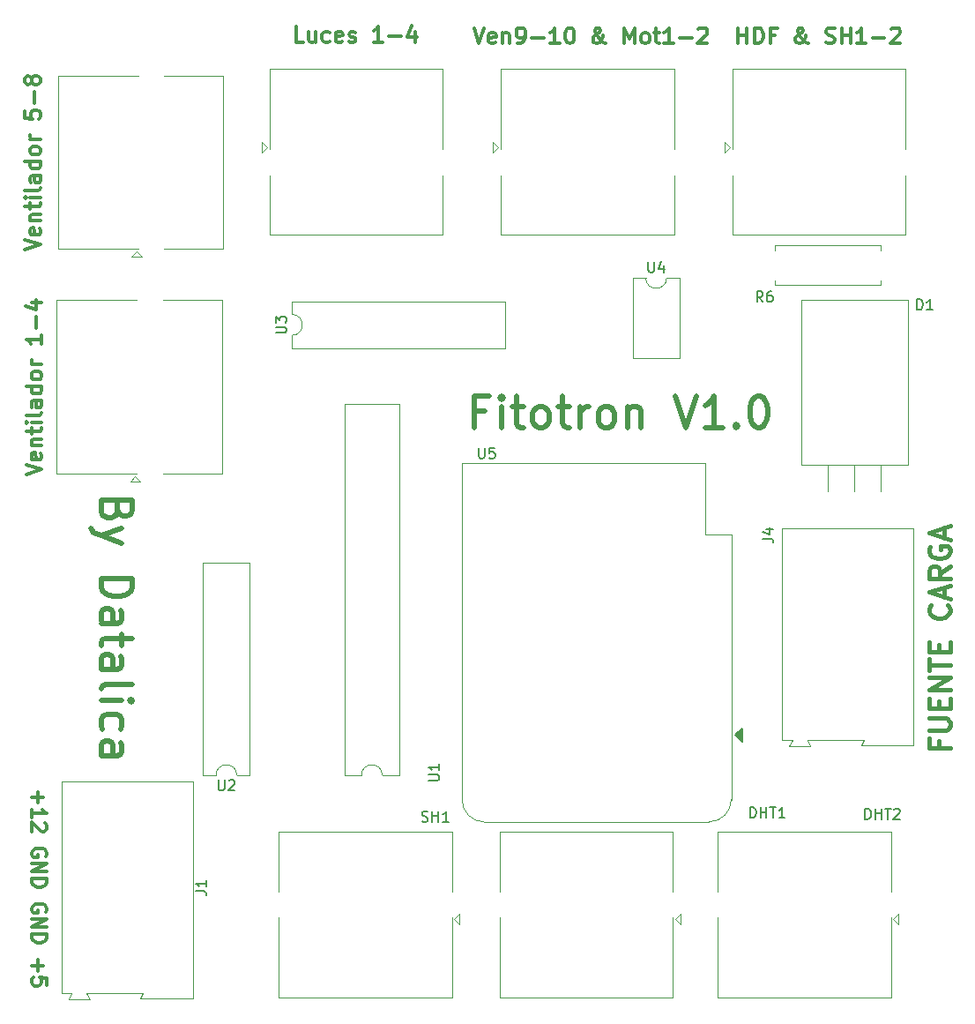
<source format=gbr>
G04 #@! TF.GenerationSoftware,KiCad,Pcbnew,5.1.5-52549c5~84~ubuntu18.04.1*
G04 #@! TF.CreationDate,2020-03-02T16:39:28-05:00*
G04 #@! TF.ProjectId,Etapa de potencia,45746170-6120-4646-9520-706f74656e63,rev?*
G04 #@! TF.SameCoordinates,Original*
G04 #@! TF.FileFunction,Legend,Top*
G04 #@! TF.FilePolarity,Positive*
%FSLAX46Y46*%
G04 Gerber Fmt 4.6, Leading zero omitted, Abs format (unit mm)*
G04 Created by KiCad (PCBNEW 5.1.5-52549c5~84~ubuntu18.04.1) date 2020-03-02 16:39:28*
%MOMM*%
%LPD*%
G04 APERTURE LIST*
%ADD10C,0.500000*%
%ADD11C,0.350000*%
%ADD12C,0.400000*%
%ADD13C,0.120000*%
%ADD14C,0.150000*%
%ADD15C,0.300000*%
G04 APERTURE END LIST*
D10*
X109301000Y-81954714D02*
X108301000Y-81954714D01*
X108301000Y-83526142D02*
X108301000Y-80526142D01*
X109729571Y-80526142D01*
X110872428Y-83526142D02*
X110872428Y-81526142D01*
X110872428Y-80526142D02*
X110729571Y-80669000D01*
X110872428Y-80811857D01*
X111015285Y-80669000D01*
X110872428Y-80526142D01*
X110872428Y-80811857D01*
X111872428Y-81526142D02*
X113015285Y-81526142D01*
X112301000Y-80526142D02*
X112301000Y-83097571D01*
X112443857Y-83383285D01*
X112729571Y-83526142D01*
X113015285Y-83526142D01*
X114443857Y-83526142D02*
X114158142Y-83383285D01*
X114015285Y-83240428D01*
X113872428Y-82954714D01*
X113872428Y-82097571D01*
X114015285Y-81811857D01*
X114158142Y-81669000D01*
X114443857Y-81526142D01*
X114872428Y-81526142D01*
X115158142Y-81669000D01*
X115301000Y-81811857D01*
X115443857Y-82097571D01*
X115443857Y-82954714D01*
X115301000Y-83240428D01*
X115158142Y-83383285D01*
X114872428Y-83526142D01*
X114443857Y-83526142D01*
X116301000Y-81526142D02*
X117443857Y-81526142D01*
X116729571Y-80526142D02*
X116729571Y-83097571D01*
X116872428Y-83383285D01*
X117158142Y-83526142D01*
X117443857Y-83526142D01*
X118443857Y-83526142D02*
X118443857Y-81526142D01*
X118443857Y-82097571D02*
X118586714Y-81811857D01*
X118729571Y-81669000D01*
X119015285Y-81526142D01*
X119301000Y-81526142D01*
X120729571Y-83526142D02*
X120443857Y-83383285D01*
X120301000Y-83240428D01*
X120158142Y-82954714D01*
X120158142Y-82097571D01*
X120301000Y-81811857D01*
X120443857Y-81669000D01*
X120729571Y-81526142D01*
X121158142Y-81526142D01*
X121443857Y-81669000D01*
X121586714Y-81811857D01*
X121729571Y-82097571D01*
X121729571Y-82954714D01*
X121586714Y-83240428D01*
X121443857Y-83383285D01*
X121158142Y-83526142D01*
X120729571Y-83526142D01*
X123015285Y-81526142D02*
X123015285Y-83526142D01*
X123015285Y-81811857D02*
X123158142Y-81669000D01*
X123443857Y-81526142D01*
X123872428Y-81526142D01*
X124158142Y-81669000D01*
X124301000Y-81954714D01*
X124301000Y-83526142D01*
X127586714Y-80526142D02*
X128586714Y-83526142D01*
X129586714Y-80526142D01*
X132158142Y-83526142D02*
X130443857Y-83526142D01*
X131301000Y-83526142D02*
X131301000Y-80526142D01*
X131015285Y-80954714D01*
X130729571Y-81240428D01*
X130443857Y-81383285D01*
X133443857Y-83240428D02*
X133586714Y-83383285D01*
X133443857Y-83526142D01*
X133301000Y-83383285D01*
X133443857Y-83240428D01*
X133443857Y-83526142D01*
X135443857Y-80526142D02*
X135729571Y-80526142D01*
X136015285Y-80669000D01*
X136158142Y-80811857D01*
X136301000Y-81097571D01*
X136443857Y-81669000D01*
X136443857Y-82383285D01*
X136301000Y-82954714D01*
X136158142Y-83240428D01*
X136015285Y-83383285D01*
X135729571Y-83526142D01*
X135443857Y-83526142D01*
X135158142Y-83383285D01*
X135015285Y-83240428D01*
X134872428Y-82954714D01*
X134729571Y-82383285D01*
X134729571Y-81669000D01*
X134872428Y-81097571D01*
X135015285Y-80811857D01*
X135158142Y-80669000D01*
X135443857Y-80526142D01*
X74001285Y-91457285D02*
X73858428Y-91885857D01*
X73715571Y-92028714D01*
X73429857Y-92171571D01*
X73001285Y-92171571D01*
X72715571Y-92028714D01*
X72572714Y-91885857D01*
X72429857Y-91600142D01*
X72429857Y-90457285D01*
X75429857Y-90457285D01*
X75429857Y-91457285D01*
X75287000Y-91743000D01*
X75144142Y-91885857D01*
X74858428Y-92028714D01*
X74572714Y-92028714D01*
X74287000Y-91885857D01*
X74144142Y-91743000D01*
X74001285Y-91457285D01*
X74001285Y-90457285D01*
X74429857Y-93171571D02*
X72429857Y-93885857D01*
X74429857Y-94600142D02*
X72429857Y-93885857D01*
X71715571Y-93600142D01*
X71572714Y-93457285D01*
X71429857Y-93171571D01*
X72429857Y-98028714D02*
X75429857Y-98028714D01*
X75429857Y-98743000D01*
X75287000Y-99171571D01*
X75001285Y-99457285D01*
X74715571Y-99600142D01*
X74144142Y-99743000D01*
X73715571Y-99743000D01*
X73144142Y-99600142D01*
X72858428Y-99457285D01*
X72572714Y-99171571D01*
X72429857Y-98743000D01*
X72429857Y-98028714D01*
X72429857Y-102314428D02*
X74001285Y-102314428D01*
X74287000Y-102171571D01*
X74429857Y-101885857D01*
X74429857Y-101314428D01*
X74287000Y-101028714D01*
X72572714Y-102314428D02*
X72429857Y-102028714D01*
X72429857Y-101314428D01*
X72572714Y-101028714D01*
X72858428Y-100885857D01*
X73144142Y-100885857D01*
X73429857Y-101028714D01*
X73572714Y-101314428D01*
X73572714Y-102028714D01*
X73715571Y-102314428D01*
X74429857Y-103314428D02*
X74429857Y-104457285D01*
X75429857Y-103743000D02*
X72858428Y-103743000D01*
X72572714Y-103885857D01*
X72429857Y-104171571D01*
X72429857Y-104457285D01*
X72429857Y-106743000D02*
X74001285Y-106743000D01*
X74287000Y-106600142D01*
X74429857Y-106314428D01*
X74429857Y-105743000D01*
X74287000Y-105457285D01*
X72572714Y-106743000D02*
X72429857Y-106457285D01*
X72429857Y-105743000D01*
X72572714Y-105457285D01*
X72858428Y-105314428D01*
X73144142Y-105314428D01*
X73429857Y-105457285D01*
X73572714Y-105743000D01*
X73572714Y-106457285D01*
X73715571Y-106743000D01*
X72429857Y-108600142D02*
X72572714Y-108314428D01*
X72858428Y-108171571D01*
X75429857Y-108171571D01*
X72429857Y-109743000D02*
X74429857Y-109743000D01*
X75429857Y-109743000D02*
X75287000Y-109600142D01*
X75144142Y-109743000D01*
X75287000Y-109885857D01*
X75429857Y-109743000D01*
X75144142Y-109743000D01*
X72572714Y-112457285D02*
X72429857Y-112171571D01*
X72429857Y-111600142D01*
X72572714Y-111314428D01*
X72715571Y-111171571D01*
X73001285Y-111028714D01*
X73858428Y-111028714D01*
X74144142Y-111171571D01*
X74287000Y-111314428D01*
X74429857Y-111600142D01*
X74429857Y-112171571D01*
X74287000Y-112457285D01*
X72429857Y-115028714D02*
X74001285Y-115028714D01*
X74287000Y-114885857D01*
X74429857Y-114600142D01*
X74429857Y-114028714D01*
X74287000Y-113743000D01*
X72572714Y-115028714D02*
X72429857Y-114743000D01*
X72429857Y-114028714D01*
X72572714Y-113743000D01*
X72858428Y-113600142D01*
X73144142Y-113600142D01*
X73429857Y-113743000D01*
X73572714Y-114028714D01*
X73572714Y-114743000D01*
X73715571Y-115028714D01*
D11*
X66321000Y-118495333D02*
X66321000Y-119562000D01*
X65787666Y-119028666D02*
X66854333Y-119028666D01*
X65787666Y-120962000D02*
X65787666Y-120162000D01*
X65787666Y-120562000D02*
X67187666Y-120562000D01*
X66987666Y-120428666D01*
X66854333Y-120295333D01*
X66787666Y-120162000D01*
X67054333Y-121495333D02*
X67121000Y-121562000D01*
X67187666Y-121695333D01*
X67187666Y-122028666D01*
X67121000Y-122162000D01*
X67054333Y-122228666D01*
X66921000Y-122295333D01*
X66787666Y-122295333D01*
X66587666Y-122228666D01*
X65787666Y-121428666D01*
X65787666Y-122295333D01*
X67121000Y-124695333D02*
X67187666Y-124562000D01*
X67187666Y-124362000D01*
X67121000Y-124162000D01*
X66987666Y-124028666D01*
X66854333Y-123962000D01*
X66587666Y-123895333D01*
X66387666Y-123895333D01*
X66121000Y-123962000D01*
X65987666Y-124028666D01*
X65854333Y-124162000D01*
X65787666Y-124362000D01*
X65787666Y-124495333D01*
X65854333Y-124695333D01*
X65921000Y-124762000D01*
X66387666Y-124762000D01*
X66387666Y-124495333D01*
X65787666Y-125362000D02*
X67187666Y-125362000D01*
X65787666Y-126162000D01*
X67187666Y-126162000D01*
X65787666Y-126828666D02*
X67187666Y-126828666D01*
X67187666Y-127162000D01*
X67121000Y-127362000D01*
X66987666Y-127495333D01*
X66854333Y-127562000D01*
X66587666Y-127628666D01*
X66387666Y-127628666D01*
X66121000Y-127562000D01*
X65987666Y-127495333D01*
X65854333Y-127362000D01*
X65787666Y-127162000D01*
X65787666Y-126828666D01*
X67121000Y-130028666D02*
X67187666Y-129895333D01*
X67187666Y-129695333D01*
X67121000Y-129495333D01*
X66987666Y-129362000D01*
X66854333Y-129295333D01*
X66587666Y-129228666D01*
X66387666Y-129228666D01*
X66121000Y-129295333D01*
X65987666Y-129362000D01*
X65854333Y-129495333D01*
X65787666Y-129695333D01*
X65787666Y-129828666D01*
X65854333Y-130028666D01*
X65921000Y-130095333D01*
X66387666Y-130095333D01*
X66387666Y-129828666D01*
X65787666Y-130695333D02*
X67187666Y-130695333D01*
X65787666Y-131495333D01*
X67187666Y-131495333D01*
X65787666Y-132162000D02*
X67187666Y-132162000D01*
X67187666Y-132495333D01*
X67121000Y-132695333D01*
X66987666Y-132828666D01*
X66854333Y-132895333D01*
X66587666Y-132962000D01*
X66387666Y-132962000D01*
X66121000Y-132895333D01*
X65987666Y-132828666D01*
X65854333Y-132695333D01*
X65787666Y-132495333D01*
X65787666Y-132162000D01*
X66321000Y-134628666D02*
X66321000Y-135695333D01*
X65787666Y-135162000D02*
X66854333Y-135162000D01*
X67187666Y-137028666D02*
X67187666Y-136362000D01*
X66521000Y-136295333D01*
X66587666Y-136362000D01*
X66654333Y-136495333D01*
X66654333Y-136828666D01*
X66587666Y-136962000D01*
X66521000Y-137028666D01*
X66387666Y-137095333D01*
X66054333Y-137095333D01*
X65921000Y-137028666D01*
X65854333Y-136962000D01*
X65787666Y-136828666D01*
X65787666Y-136495333D01*
X65854333Y-136362000D01*
X65921000Y-136295333D01*
D12*
X152892142Y-113616142D02*
X152892142Y-114282809D01*
X153939761Y-114282809D02*
X151939761Y-114282809D01*
X151939761Y-113330428D01*
X151939761Y-112568523D02*
X153558809Y-112568523D01*
X153749285Y-112473285D01*
X153844523Y-112378047D01*
X153939761Y-112187571D01*
X153939761Y-111806619D01*
X153844523Y-111616142D01*
X153749285Y-111520904D01*
X153558809Y-111425666D01*
X151939761Y-111425666D01*
X152892142Y-110473285D02*
X152892142Y-109806619D01*
X153939761Y-109520904D02*
X153939761Y-110473285D01*
X151939761Y-110473285D01*
X151939761Y-109520904D01*
X153939761Y-108663761D02*
X151939761Y-108663761D01*
X153939761Y-107520904D01*
X151939761Y-107520904D01*
X151939761Y-106854238D02*
X151939761Y-105711380D01*
X153939761Y-106282809D02*
X151939761Y-106282809D01*
X152892142Y-105044714D02*
X152892142Y-104378047D01*
X153939761Y-104092333D02*
X153939761Y-105044714D01*
X151939761Y-105044714D01*
X151939761Y-104092333D01*
X153749285Y-100568523D02*
X153844523Y-100663761D01*
X153939761Y-100949476D01*
X153939761Y-101139952D01*
X153844523Y-101425666D01*
X153654047Y-101616142D01*
X153463571Y-101711380D01*
X153082619Y-101806619D01*
X152796904Y-101806619D01*
X152415952Y-101711380D01*
X152225476Y-101616142D01*
X152035000Y-101425666D01*
X151939761Y-101139952D01*
X151939761Y-100949476D01*
X152035000Y-100663761D01*
X152130238Y-100568523D01*
X153368333Y-99806619D02*
X153368333Y-98854238D01*
X153939761Y-99997095D02*
X151939761Y-99330428D01*
X153939761Y-98663761D01*
X153939761Y-96854238D02*
X152987380Y-97520904D01*
X153939761Y-97997095D02*
X151939761Y-97997095D01*
X151939761Y-97235190D01*
X152035000Y-97044714D01*
X152130238Y-96949476D01*
X152320714Y-96854238D01*
X152606428Y-96854238D01*
X152796904Y-96949476D01*
X152892142Y-97044714D01*
X152987380Y-97235190D01*
X152987380Y-97997095D01*
X152035000Y-94949476D02*
X151939761Y-95139952D01*
X151939761Y-95425666D01*
X152035000Y-95711380D01*
X152225476Y-95901857D01*
X152415952Y-95997095D01*
X152796904Y-96092333D01*
X153082619Y-96092333D01*
X153463571Y-95997095D01*
X153654047Y-95901857D01*
X153844523Y-95711380D01*
X153939761Y-95425666D01*
X153939761Y-95235190D01*
X153844523Y-94949476D01*
X153749285Y-94854238D01*
X153082619Y-94854238D01*
X153082619Y-95235190D01*
X153368333Y-94092333D02*
X153368333Y-93139952D01*
X153939761Y-94282809D02*
X151939761Y-93616142D01*
X153939761Y-92949476D01*
D13*
X148270000Y-138240000D02*
X131630000Y-138240000D01*
X148270000Y-138240000D02*
X148270000Y-130535000D01*
X131630000Y-138240000D02*
X131630000Y-130535000D01*
X148270000Y-122360000D02*
X131630000Y-122360000D01*
X148270000Y-122360000D02*
X148270000Y-128035000D01*
X131630000Y-122360000D02*
X131630000Y-128035000D01*
X148510000Y-130675000D02*
X149010000Y-130175000D01*
X149010000Y-130175000D02*
X149010000Y-131175000D01*
X149010000Y-131175000D02*
X148510000Y-130675000D01*
X106850000Y-131175000D02*
X106350000Y-130675000D01*
X106850000Y-130175000D02*
X106850000Y-131175000D01*
X106350000Y-130675000D02*
X106850000Y-130175000D01*
X89470000Y-122360000D02*
X89470000Y-128035000D01*
X106110000Y-122360000D02*
X106110000Y-128035000D01*
X106110000Y-122360000D02*
X89470000Y-122360000D01*
X89470000Y-138240000D02*
X89470000Y-130535000D01*
X106110000Y-138240000D02*
X106110000Y-130535000D01*
X106110000Y-138240000D02*
X89470000Y-138240000D01*
X137845000Y-93235000D02*
X150445000Y-93235000D01*
X137845000Y-113535000D02*
X137845000Y-93235000D01*
X138795000Y-113535000D02*
X137845000Y-113535000D01*
X138495000Y-114085000D02*
X138795000Y-113535000D01*
X140545000Y-114085000D02*
X138495000Y-114085000D01*
X140245000Y-113535000D02*
X140545000Y-114085000D01*
X145645000Y-113535000D02*
X140245000Y-113535000D01*
X145395000Y-114035000D02*
X145645000Y-113535000D01*
X150445000Y-114035000D02*
X145395000Y-114035000D01*
X150445000Y-93235000D02*
X150445000Y-114035000D01*
X137170000Y-66025000D02*
X137170000Y-66505000D01*
X147310000Y-66025000D02*
X137170000Y-66025000D01*
X147310000Y-66505000D02*
X147310000Y-66025000D01*
X137170000Y-69865000D02*
X137170000Y-69385000D01*
X147310000Y-69865000D02*
X137170000Y-69865000D01*
X147310000Y-69385000D02*
X147310000Y-69865000D01*
X95775000Y-116900000D02*
X97425000Y-116900000D01*
X95775000Y-81220000D02*
X95775000Y-116900000D01*
X101075000Y-81220000D02*
X95775000Y-81220000D01*
X101075000Y-116900000D02*
X101075000Y-81220000D01*
X99425000Y-116900000D02*
X101075000Y-116900000D01*
X97425000Y-116900000D02*
G75*
G02X99425000Y-116900000I1000000J0D01*
G01*
X127980000Y-69155000D02*
X126730000Y-69155000D01*
X127980000Y-76895000D02*
X127980000Y-69155000D01*
X123480000Y-76895000D02*
X127980000Y-76895000D01*
X123480000Y-69155000D02*
X123480000Y-76895000D01*
X124730000Y-69155000D02*
X123480000Y-69155000D01*
X126730000Y-69155000D02*
G75*
G02X124730000Y-69155000I-1000000J0D01*
G01*
X130405000Y-86910000D02*
X107085000Y-86910000D01*
X132945000Y-93810000D02*
X132945000Y-119240000D01*
X107085000Y-86910000D02*
X107085000Y-119240000D01*
X109205000Y-121370000D02*
X130815000Y-121370000D01*
D14*
G36*
X133985000Y-113665000D02*
G01*
X133985000Y-112395000D01*
X133350000Y-113030000D01*
X133985000Y-113665000D01*
G37*
X133985000Y-113665000D02*
X133985000Y-112395000D01*
X133350000Y-113030000D01*
X133985000Y-113665000D01*
D13*
X132945000Y-93810000D02*
X130405000Y-93810000D01*
X130405000Y-93810000D02*
X130405000Y-86910000D01*
X132945000Y-119240000D02*
G75*
G02X130815000Y-121370000I-2130000J0D01*
G01*
X109215000Y-121370000D02*
G75*
G02X107085000Y-119240000I0J2130000D01*
G01*
X81230000Y-117525000D02*
X81230000Y-138325000D01*
X81230000Y-138325000D02*
X76180000Y-138325000D01*
X76180000Y-138325000D02*
X76430000Y-137825000D01*
X76430000Y-137825000D02*
X71030000Y-137825000D01*
X71030000Y-137825000D02*
X71330000Y-138375000D01*
X71330000Y-138375000D02*
X69280000Y-138375000D01*
X69280000Y-138375000D02*
X69580000Y-137825000D01*
X69580000Y-137825000D02*
X68630000Y-137825000D01*
X68630000Y-137825000D02*
X68630000Y-117525000D01*
X68630000Y-117525000D02*
X81230000Y-117525000D01*
X88585000Y-49085000D02*
X105225000Y-49085000D01*
X88585000Y-49085000D02*
X88585000Y-56790000D01*
X105225000Y-49085000D02*
X105225000Y-56790000D01*
X88585000Y-64965000D02*
X105225000Y-64965000D01*
X88585000Y-64965000D02*
X88585000Y-59290000D01*
X105225000Y-64965000D02*
X105225000Y-59290000D01*
X88345000Y-56650000D02*
X87845000Y-57150000D01*
X87845000Y-57150000D02*
X87845000Y-56150000D01*
X87845000Y-56150000D02*
X88345000Y-56650000D01*
X75200000Y-88685000D02*
X75700000Y-88185000D01*
X76200000Y-88685000D02*
X75200000Y-88685000D01*
X75700000Y-88185000D02*
X76200000Y-88685000D01*
X84015000Y-71305000D02*
X78340000Y-71305000D01*
X84015000Y-87945000D02*
X78340000Y-87945000D01*
X84015000Y-87945000D02*
X84015000Y-71305000D01*
X68135000Y-71305000D02*
X75840000Y-71305000D01*
X68135000Y-87945000D02*
X75840000Y-87945000D01*
X68135000Y-87945000D02*
X68135000Y-71305000D01*
X133035000Y-49085000D02*
X149675000Y-49085000D01*
X133035000Y-49085000D02*
X133035000Y-56790000D01*
X149675000Y-49085000D02*
X149675000Y-56790000D01*
X133035000Y-64965000D02*
X149675000Y-64965000D01*
X133035000Y-64965000D02*
X133035000Y-59290000D01*
X149675000Y-64965000D02*
X149675000Y-59290000D01*
X132795000Y-56650000D02*
X132295000Y-57150000D01*
X132295000Y-57150000D02*
X132295000Y-56150000D01*
X132295000Y-56150000D02*
X132795000Y-56650000D01*
X110070000Y-56150000D02*
X110570000Y-56650000D01*
X110070000Y-57150000D02*
X110070000Y-56150000D01*
X110570000Y-56650000D02*
X110070000Y-57150000D01*
X127450000Y-64965000D02*
X127450000Y-59290000D01*
X110810000Y-64965000D02*
X110810000Y-59290000D01*
X110810000Y-64965000D02*
X127450000Y-64965000D01*
X127450000Y-49085000D02*
X127450000Y-56790000D01*
X110810000Y-49085000D02*
X110810000Y-56790000D01*
X110810000Y-49085000D02*
X127450000Y-49085000D01*
X68260000Y-66375000D02*
X68260000Y-49735000D01*
X68260000Y-66375000D02*
X75965000Y-66375000D01*
X68260000Y-49735000D02*
X75965000Y-49735000D01*
X84140000Y-66375000D02*
X84140000Y-49735000D01*
X84140000Y-66375000D02*
X78465000Y-66375000D01*
X84140000Y-49735000D02*
X78465000Y-49735000D01*
X75825000Y-66615000D02*
X76325000Y-67115000D01*
X76325000Y-67115000D02*
X75325000Y-67115000D01*
X75325000Y-67115000D02*
X75825000Y-66615000D01*
X128055000Y-131175000D02*
X127555000Y-130675000D01*
X128055000Y-130175000D02*
X128055000Y-131175000D01*
X127555000Y-130675000D02*
X128055000Y-130175000D01*
X110675000Y-122360000D02*
X110675000Y-128035000D01*
X127315000Y-122360000D02*
X127315000Y-128035000D01*
X127315000Y-122360000D02*
X110675000Y-122360000D01*
X110675000Y-138240000D02*
X110675000Y-130535000D01*
X127315000Y-138240000D02*
X127315000Y-130535000D01*
X127315000Y-138240000D02*
X110675000Y-138240000D01*
X83455000Y-116900000D02*
G75*
G02X85455000Y-116900000I1000000J0D01*
G01*
X85455000Y-116900000D02*
X86705000Y-116900000D01*
X86705000Y-116900000D02*
X86705000Y-96460000D01*
X86705000Y-96460000D02*
X82205000Y-96460000D01*
X82205000Y-96460000D02*
X82205000Y-116900000D01*
X82205000Y-116900000D02*
X83455000Y-116900000D01*
X90745000Y-71410000D02*
X90745000Y-72660000D01*
X111185000Y-71410000D02*
X90745000Y-71410000D01*
X111185000Y-75910000D02*
X111185000Y-71410000D01*
X90745000Y-75910000D02*
X111185000Y-75910000D01*
X90745000Y-74660000D02*
X90745000Y-75910000D01*
X90745000Y-72660000D02*
G75*
G02X90745000Y-74660000I0J-1000000D01*
G01*
X139660000Y-87115000D02*
X149900000Y-87115000D01*
X139660000Y-71225000D02*
X149900000Y-71225000D01*
X139660000Y-71225000D02*
X139660000Y-87115000D01*
X149900000Y-71225000D02*
X149900000Y-87115000D01*
X142240000Y-87115000D02*
X142240000Y-89655000D01*
X144780000Y-87115000D02*
X144780000Y-89655000D01*
X147320000Y-87115000D02*
X147320000Y-89655000D01*
D14*
X145804142Y-121102380D02*
X145804142Y-120102380D01*
X146042238Y-120102380D01*
X146185095Y-120150000D01*
X146280333Y-120245238D01*
X146327952Y-120340476D01*
X146375571Y-120530952D01*
X146375571Y-120673809D01*
X146327952Y-120864285D01*
X146280333Y-120959523D01*
X146185095Y-121054761D01*
X146042238Y-121102380D01*
X145804142Y-121102380D01*
X146804142Y-121102380D02*
X146804142Y-120102380D01*
X146804142Y-120578571D02*
X147375571Y-120578571D01*
X147375571Y-121102380D02*
X147375571Y-120102380D01*
X147708904Y-120102380D02*
X148280333Y-120102380D01*
X147994619Y-121102380D02*
X147994619Y-120102380D01*
X148566047Y-120197619D02*
X148613666Y-120150000D01*
X148708904Y-120102380D01*
X148947000Y-120102380D01*
X149042238Y-120150000D01*
X149089857Y-120197619D01*
X149137476Y-120292857D01*
X149137476Y-120388095D01*
X149089857Y-120530952D01*
X148518428Y-121102380D01*
X149137476Y-121102380D01*
X103235285Y-121308761D02*
X103378142Y-121356380D01*
X103616238Y-121356380D01*
X103711476Y-121308761D01*
X103759095Y-121261142D01*
X103806714Y-121165904D01*
X103806714Y-121070666D01*
X103759095Y-120975428D01*
X103711476Y-120927809D01*
X103616238Y-120880190D01*
X103425761Y-120832571D01*
X103330523Y-120784952D01*
X103282904Y-120737333D01*
X103235285Y-120642095D01*
X103235285Y-120546857D01*
X103282904Y-120451619D01*
X103330523Y-120404000D01*
X103425761Y-120356380D01*
X103663857Y-120356380D01*
X103806714Y-120404000D01*
X104235285Y-121356380D02*
X104235285Y-120356380D01*
X104235285Y-120832571D02*
X104806714Y-120832571D01*
X104806714Y-121356380D02*
X104806714Y-120356380D01*
X105806714Y-121356380D02*
X105235285Y-121356380D01*
X105521000Y-121356380D02*
X105521000Y-120356380D01*
X105425761Y-120499238D01*
X105330523Y-120594476D01*
X105235285Y-120642095D01*
X135977380Y-94186333D02*
X136691666Y-94186333D01*
X136834523Y-94233952D01*
X136929761Y-94329190D01*
X136977380Y-94472047D01*
X136977380Y-94567285D01*
X136310714Y-93281571D02*
X136977380Y-93281571D01*
X135929761Y-93519666D02*
X136644047Y-93757761D01*
X136644047Y-93138714D01*
X135977333Y-71445380D02*
X135644000Y-70969190D01*
X135405904Y-71445380D02*
X135405904Y-70445380D01*
X135786857Y-70445380D01*
X135882095Y-70493000D01*
X135929714Y-70540619D01*
X135977333Y-70635857D01*
X135977333Y-70778714D01*
X135929714Y-70873952D01*
X135882095Y-70921571D01*
X135786857Y-70969190D01*
X135405904Y-70969190D01*
X136834476Y-70445380D02*
X136644000Y-70445380D01*
X136548761Y-70493000D01*
X136501142Y-70540619D01*
X136405904Y-70683476D01*
X136358285Y-70873952D01*
X136358285Y-71254904D01*
X136405904Y-71350142D01*
X136453523Y-71397761D01*
X136548761Y-71445380D01*
X136739238Y-71445380D01*
X136834476Y-71397761D01*
X136882095Y-71350142D01*
X136929714Y-71254904D01*
X136929714Y-71016809D01*
X136882095Y-70921571D01*
X136834476Y-70873952D01*
X136739238Y-70826333D01*
X136548761Y-70826333D01*
X136453523Y-70873952D01*
X136405904Y-70921571D01*
X136358285Y-71016809D01*
X103887380Y-117381904D02*
X104696904Y-117381904D01*
X104792142Y-117334285D01*
X104839761Y-117286666D01*
X104887380Y-117191428D01*
X104887380Y-117000952D01*
X104839761Y-116905714D01*
X104792142Y-116858095D01*
X104696904Y-116810476D01*
X103887380Y-116810476D01*
X104887380Y-115810476D02*
X104887380Y-116381904D01*
X104887380Y-116096190D02*
X103887380Y-116096190D01*
X104030238Y-116191428D01*
X104125476Y-116286666D01*
X104173095Y-116381904D01*
X124968095Y-67607380D02*
X124968095Y-68416904D01*
X125015714Y-68512142D01*
X125063333Y-68559761D01*
X125158571Y-68607380D01*
X125349047Y-68607380D01*
X125444285Y-68559761D01*
X125491904Y-68512142D01*
X125539523Y-68416904D01*
X125539523Y-67607380D01*
X126444285Y-67940714D02*
X126444285Y-68607380D01*
X126206190Y-67559761D02*
X125968095Y-68274047D01*
X126587142Y-68274047D01*
X108683095Y-85482380D02*
X108683095Y-86291904D01*
X108730714Y-86387142D01*
X108778333Y-86434761D01*
X108873571Y-86482380D01*
X109064047Y-86482380D01*
X109159285Y-86434761D01*
X109206904Y-86387142D01*
X109254523Y-86291904D01*
X109254523Y-85482380D01*
X110206904Y-85482380D02*
X109730714Y-85482380D01*
X109683095Y-85958571D01*
X109730714Y-85910952D01*
X109825952Y-85863333D01*
X110064047Y-85863333D01*
X110159285Y-85910952D01*
X110206904Y-85958571D01*
X110254523Y-86053809D01*
X110254523Y-86291904D01*
X110206904Y-86387142D01*
X110159285Y-86434761D01*
X110064047Y-86482380D01*
X109825952Y-86482380D01*
X109730714Y-86434761D01*
X109683095Y-86387142D01*
X81532380Y-128008333D02*
X82246666Y-128008333D01*
X82389523Y-128055952D01*
X82484761Y-128151190D01*
X82532380Y-128294047D01*
X82532380Y-128389285D01*
X82532380Y-127008333D02*
X82532380Y-127579761D01*
X82532380Y-127294047D02*
X81532380Y-127294047D01*
X81675238Y-127389285D01*
X81770476Y-127484523D01*
X81818095Y-127579761D01*
D15*
X91865285Y-46525571D02*
X91151000Y-46525571D01*
X91151000Y-45025571D01*
X93008142Y-45525571D02*
X93008142Y-46525571D01*
X92365285Y-45525571D02*
X92365285Y-46311285D01*
X92436714Y-46454142D01*
X92579571Y-46525571D01*
X92793857Y-46525571D01*
X92936714Y-46454142D01*
X93008142Y-46382714D01*
X94365285Y-46454142D02*
X94222428Y-46525571D01*
X93936714Y-46525571D01*
X93793857Y-46454142D01*
X93722428Y-46382714D01*
X93651000Y-46239857D01*
X93651000Y-45811285D01*
X93722428Y-45668428D01*
X93793857Y-45597000D01*
X93936714Y-45525571D01*
X94222428Y-45525571D01*
X94365285Y-45597000D01*
X95579571Y-46454142D02*
X95436714Y-46525571D01*
X95151000Y-46525571D01*
X95008142Y-46454142D01*
X94936714Y-46311285D01*
X94936714Y-45739857D01*
X95008142Y-45597000D01*
X95151000Y-45525571D01*
X95436714Y-45525571D01*
X95579571Y-45597000D01*
X95651000Y-45739857D01*
X95651000Y-45882714D01*
X94936714Y-46025571D01*
X96222428Y-46454142D02*
X96365285Y-46525571D01*
X96651000Y-46525571D01*
X96793857Y-46454142D01*
X96865285Y-46311285D01*
X96865285Y-46239857D01*
X96793857Y-46097000D01*
X96651000Y-46025571D01*
X96436714Y-46025571D01*
X96293857Y-45954142D01*
X96222428Y-45811285D01*
X96222428Y-45739857D01*
X96293857Y-45597000D01*
X96436714Y-45525571D01*
X96651000Y-45525571D01*
X96793857Y-45597000D01*
X99436714Y-46525571D02*
X98579571Y-46525571D01*
X99008142Y-46525571D02*
X99008142Y-45025571D01*
X98865285Y-45239857D01*
X98722428Y-45382714D01*
X98579571Y-45454142D01*
X100079571Y-45954142D02*
X101222428Y-45954142D01*
X102579571Y-45525571D02*
X102579571Y-46525571D01*
X102222428Y-44954142D02*
X101865285Y-46025571D01*
X102793857Y-46025571D01*
X65218571Y-88057571D02*
X66718571Y-87557571D01*
X65218571Y-87057571D01*
X66647142Y-85986142D02*
X66718571Y-86129000D01*
X66718571Y-86414714D01*
X66647142Y-86557571D01*
X66504285Y-86629000D01*
X65932857Y-86629000D01*
X65790000Y-86557571D01*
X65718571Y-86414714D01*
X65718571Y-86129000D01*
X65790000Y-85986142D01*
X65932857Y-85914714D01*
X66075714Y-85914714D01*
X66218571Y-86629000D01*
X65718571Y-85271857D02*
X66718571Y-85271857D01*
X65861428Y-85271857D02*
X65790000Y-85200428D01*
X65718571Y-85057571D01*
X65718571Y-84843285D01*
X65790000Y-84700428D01*
X65932857Y-84629000D01*
X66718571Y-84629000D01*
X65718571Y-84129000D02*
X65718571Y-83557571D01*
X65218571Y-83914714D02*
X66504285Y-83914714D01*
X66647142Y-83843285D01*
X66718571Y-83700428D01*
X66718571Y-83557571D01*
X66718571Y-83057571D02*
X65718571Y-83057571D01*
X65218571Y-83057571D02*
X65290000Y-83129000D01*
X65361428Y-83057571D01*
X65290000Y-82986142D01*
X65218571Y-83057571D01*
X65361428Y-83057571D01*
X66718571Y-82129000D02*
X66647142Y-82271857D01*
X66504285Y-82343285D01*
X65218571Y-82343285D01*
X66718571Y-80914714D02*
X65932857Y-80914714D01*
X65790000Y-80986142D01*
X65718571Y-81129000D01*
X65718571Y-81414714D01*
X65790000Y-81557571D01*
X66647142Y-80914714D02*
X66718571Y-81057571D01*
X66718571Y-81414714D01*
X66647142Y-81557571D01*
X66504285Y-81629000D01*
X66361428Y-81629000D01*
X66218571Y-81557571D01*
X66147142Y-81414714D01*
X66147142Y-81057571D01*
X66075714Y-80914714D01*
X66718571Y-79557571D02*
X65218571Y-79557571D01*
X66647142Y-79557571D02*
X66718571Y-79700428D01*
X66718571Y-79986142D01*
X66647142Y-80129000D01*
X66575714Y-80200428D01*
X66432857Y-80271857D01*
X66004285Y-80271857D01*
X65861428Y-80200428D01*
X65790000Y-80129000D01*
X65718571Y-79986142D01*
X65718571Y-79700428D01*
X65790000Y-79557571D01*
X66718571Y-78629000D02*
X66647142Y-78771857D01*
X66575714Y-78843285D01*
X66432857Y-78914714D01*
X66004285Y-78914714D01*
X65861428Y-78843285D01*
X65790000Y-78771857D01*
X65718571Y-78629000D01*
X65718571Y-78414714D01*
X65790000Y-78271857D01*
X65861428Y-78200428D01*
X66004285Y-78129000D01*
X66432857Y-78129000D01*
X66575714Y-78200428D01*
X66647142Y-78271857D01*
X66718571Y-78414714D01*
X66718571Y-78629000D01*
X66718571Y-77486142D02*
X65718571Y-77486142D01*
X66004285Y-77486142D02*
X65861428Y-77414714D01*
X65790000Y-77343285D01*
X65718571Y-77200428D01*
X65718571Y-77057571D01*
X66718571Y-74629000D02*
X66718571Y-75486142D01*
X66718571Y-75057571D02*
X65218571Y-75057571D01*
X65432857Y-75200428D01*
X65575714Y-75343285D01*
X65647142Y-75486142D01*
X66147142Y-73986142D02*
X66147142Y-72843285D01*
X65718571Y-71486142D02*
X66718571Y-71486142D01*
X65147142Y-71843285D02*
X66218571Y-72200428D01*
X66218571Y-71271857D01*
X133601000Y-46652571D02*
X133601000Y-45152571D01*
X133601000Y-45866857D02*
X134458142Y-45866857D01*
X134458142Y-46652571D02*
X134458142Y-45152571D01*
X135172428Y-46652571D02*
X135172428Y-45152571D01*
X135529571Y-45152571D01*
X135743857Y-45224000D01*
X135886714Y-45366857D01*
X135958142Y-45509714D01*
X136029571Y-45795428D01*
X136029571Y-46009714D01*
X135958142Y-46295428D01*
X135886714Y-46438285D01*
X135743857Y-46581142D01*
X135529571Y-46652571D01*
X135172428Y-46652571D01*
X137172428Y-45866857D02*
X136672428Y-45866857D01*
X136672428Y-46652571D02*
X136672428Y-45152571D01*
X137386714Y-45152571D01*
X140315285Y-46652571D02*
X140243857Y-46652571D01*
X140101000Y-46581142D01*
X139886714Y-46366857D01*
X139529571Y-45938285D01*
X139386714Y-45724000D01*
X139315285Y-45509714D01*
X139315285Y-45366857D01*
X139386714Y-45224000D01*
X139529571Y-45152571D01*
X139601000Y-45152571D01*
X139743857Y-45224000D01*
X139815285Y-45366857D01*
X139815285Y-45438285D01*
X139743857Y-45581142D01*
X139672428Y-45652571D01*
X139243857Y-45938285D01*
X139172428Y-46009714D01*
X139101000Y-46152571D01*
X139101000Y-46366857D01*
X139172428Y-46509714D01*
X139243857Y-46581142D01*
X139386714Y-46652571D01*
X139601000Y-46652571D01*
X139743857Y-46581142D01*
X139815285Y-46509714D01*
X140029571Y-46224000D01*
X140101000Y-46009714D01*
X140101000Y-45866857D01*
X142029571Y-46581142D02*
X142243857Y-46652571D01*
X142601000Y-46652571D01*
X142743857Y-46581142D01*
X142815285Y-46509714D01*
X142886714Y-46366857D01*
X142886714Y-46224000D01*
X142815285Y-46081142D01*
X142743857Y-46009714D01*
X142601000Y-45938285D01*
X142315285Y-45866857D01*
X142172428Y-45795428D01*
X142101000Y-45724000D01*
X142029571Y-45581142D01*
X142029571Y-45438285D01*
X142101000Y-45295428D01*
X142172428Y-45224000D01*
X142315285Y-45152571D01*
X142672428Y-45152571D01*
X142886714Y-45224000D01*
X143529571Y-46652571D02*
X143529571Y-45152571D01*
X143529571Y-45866857D02*
X144386714Y-45866857D01*
X144386714Y-46652571D02*
X144386714Y-45152571D01*
X145886714Y-46652571D02*
X145029571Y-46652571D01*
X145458142Y-46652571D02*
X145458142Y-45152571D01*
X145315285Y-45366857D01*
X145172428Y-45509714D01*
X145029571Y-45581142D01*
X146529571Y-46081142D02*
X147672428Y-46081142D01*
X148315285Y-45295428D02*
X148386714Y-45224000D01*
X148529571Y-45152571D01*
X148886714Y-45152571D01*
X149029571Y-45224000D01*
X149101000Y-45295428D01*
X149172428Y-45438285D01*
X149172428Y-45581142D01*
X149101000Y-45795428D01*
X148243857Y-46652571D01*
X149172428Y-46652571D01*
X108221285Y-45152571D02*
X108721285Y-46652571D01*
X109221285Y-45152571D01*
X110292714Y-46581142D02*
X110149857Y-46652571D01*
X109864142Y-46652571D01*
X109721285Y-46581142D01*
X109649857Y-46438285D01*
X109649857Y-45866857D01*
X109721285Y-45724000D01*
X109864142Y-45652571D01*
X110149857Y-45652571D01*
X110292714Y-45724000D01*
X110364142Y-45866857D01*
X110364142Y-46009714D01*
X109649857Y-46152571D01*
X111007000Y-45652571D02*
X111007000Y-46652571D01*
X111007000Y-45795428D02*
X111078428Y-45724000D01*
X111221285Y-45652571D01*
X111435571Y-45652571D01*
X111578428Y-45724000D01*
X111649857Y-45866857D01*
X111649857Y-46652571D01*
X112435571Y-46652571D02*
X112721285Y-46652571D01*
X112864142Y-46581142D01*
X112935571Y-46509714D01*
X113078428Y-46295428D01*
X113149857Y-46009714D01*
X113149857Y-45438285D01*
X113078428Y-45295428D01*
X113007000Y-45224000D01*
X112864142Y-45152571D01*
X112578428Y-45152571D01*
X112435571Y-45224000D01*
X112364142Y-45295428D01*
X112292714Y-45438285D01*
X112292714Y-45795428D01*
X112364142Y-45938285D01*
X112435571Y-46009714D01*
X112578428Y-46081142D01*
X112864142Y-46081142D01*
X113007000Y-46009714D01*
X113078428Y-45938285D01*
X113149857Y-45795428D01*
X113792714Y-46081142D02*
X114935571Y-46081142D01*
X116435571Y-46652571D02*
X115578428Y-46652571D01*
X116007000Y-46652571D02*
X116007000Y-45152571D01*
X115864142Y-45366857D01*
X115721285Y-45509714D01*
X115578428Y-45581142D01*
X117364142Y-45152571D02*
X117507000Y-45152571D01*
X117649857Y-45224000D01*
X117721285Y-45295428D01*
X117792714Y-45438285D01*
X117864142Y-45724000D01*
X117864142Y-46081142D01*
X117792714Y-46366857D01*
X117721285Y-46509714D01*
X117649857Y-46581142D01*
X117507000Y-46652571D01*
X117364142Y-46652571D01*
X117221285Y-46581142D01*
X117149857Y-46509714D01*
X117078428Y-46366857D01*
X117007000Y-46081142D01*
X117007000Y-45724000D01*
X117078428Y-45438285D01*
X117149857Y-45295428D01*
X117221285Y-45224000D01*
X117364142Y-45152571D01*
X120864142Y-46652571D02*
X120792714Y-46652571D01*
X120649857Y-46581142D01*
X120435571Y-46366857D01*
X120078428Y-45938285D01*
X119935571Y-45724000D01*
X119864142Y-45509714D01*
X119864142Y-45366857D01*
X119935571Y-45224000D01*
X120078428Y-45152571D01*
X120149857Y-45152571D01*
X120292714Y-45224000D01*
X120364142Y-45366857D01*
X120364142Y-45438285D01*
X120292714Y-45581142D01*
X120221285Y-45652571D01*
X119792714Y-45938285D01*
X119721285Y-46009714D01*
X119649857Y-46152571D01*
X119649857Y-46366857D01*
X119721285Y-46509714D01*
X119792714Y-46581142D01*
X119935571Y-46652571D01*
X120149857Y-46652571D01*
X120292714Y-46581142D01*
X120364142Y-46509714D01*
X120578428Y-46224000D01*
X120649857Y-46009714D01*
X120649857Y-45866857D01*
X122649857Y-46652571D02*
X122649857Y-45152571D01*
X123149857Y-46224000D01*
X123649857Y-45152571D01*
X123649857Y-46652571D01*
X124578428Y-46652571D02*
X124435571Y-46581142D01*
X124364142Y-46509714D01*
X124292714Y-46366857D01*
X124292714Y-45938285D01*
X124364142Y-45795428D01*
X124435571Y-45724000D01*
X124578428Y-45652571D01*
X124792714Y-45652571D01*
X124935571Y-45724000D01*
X125007000Y-45795428D01*
X125078428Y-45938285D01*
X125078428Y-46366857D01*
X125007000Y-46509714D01*
X124935571Y-46581142D01*
X124792714Y-46652571D01*
X124578428Y-46652571D01*
X125507000Y-45652571D02*
X126078428Y-45652571D01*
X125721285Y-45152571D02*
X125721285Y-46438285D01*
X125792714Y-46581142D01*
X125935571Y-46652571D01*
X126078428Y-46652571D01*
X127364142Y-46652571D02*
X126507000Y-46652571D01*
X126935571Y-46652571D02*
X126935571Y-45152571D01*
X126792714Y-45366857D01*
X126649857Y-45509714D01*
X126507000Y-45581142D01*
X128007000Y-46081142D02*
X129149857Y-46081142D01*
X129792714Y-45295428D02*
X129864142Y-45224000D01*
X130007000Y-45152571D01*
X130364142Y-45152571D01*
X130507000Y-45224000D01*
X130578428Y-45295428D01*
X130649857Y-45438285D01*
X130649857Y-45581142D01*
X130578428Y-45795428D01*
X129721285Y-46652571D01*
X130649857Y-46652571D01*
X65091571Y-66467571D02*
X66591571Y-65967571D01*
X65091571Y-65467571D01*
X66520142Y-64396142D02*
X66591571Y-64538999D01*
X66591571Y-64824714D01*
X66520142Y-64967571D01*
X66377285Y-65038999D01*
X65805857Y-65038999D01*
X65663000Y-64967571D01*
X65591571Y-64824714D01*
X65591571Y-64538999D01*
X65663000Y-64396142D01*
X65805857Y-64324714D01*
X65948714Y-64324714D01*
X66091571Y-65038999D01*
X65591571Y-63681857D02*
X66591571Y-63681857D01*
X65734428Y-63681857D02*
X65663000Y-63610428D01*
X65591571Y-63467571D01*
X65591571Y-63253285D01*
X65663000Y-63110428D01*
X65805857Y-63038999D01*
X66591571Y-63038999D01*
X65591571Y-62539000D02*
X65591571Y-61967571D01*
X65091571Y-62324714D02*
X66377285Y-62324714D01*
X66520142Y-62253285D01*
X66591571Y-62110428D01*
X66591571Y-61967571D01*
X66591571Y-61467571D02*
X65591571Y-61467571D01*
X65091571Y-61467571D02*
X65163000Y-61539000D01*
X65234428Y-61467571D01*
X65163000Y-61396142D01*
X65091571Y-61467571D01*
X65234428Y-61467571D01*
X66591571Y-60539000D02*
X66520142Y-60681857D01*
X66377285Y-60753285D01*
X65091571Y-60753285D01*
X66591571Y-59324714D02*
X65805857Y-59324714D01*
X65663000Y-59396142D01*
X65591571Y-59539000D01*
X65591571Y-59824714D01*
X65663000Y-59967571D01*
X66520142Y-59324714D02*
X66591571Y-59467571D01*
X66591571Y-59824714D01*
X66520142Y-59967571D01*
X66377285Y-60039000D01*
X66234428Y-60039000D01*
X66091571Y-59967571D01*
X66020142Y-59824714D01*
X66020142Y-59467571D01*
X65948714Y-59324714D01*
X66591571Y-57967571D02*
X65091571Y-57967571D01*
X66520142Y-57967571D02*
X66591571Y-58110428D01*
X66591571Y-58396142D01*
X66520142Y-58539000D01*
X66448714Y-58610428D01*
X66305857Y-58681857D01*
X65877285Y-58681857D01*
X65734428Y-58610428D01*
X65663000Y-58539000D01*
X65591571Y-58396142D01*
X65591571Y-58110428D01*
X65663000Y-57967571D01*
X66591571Y-57039000D02*
X66520142Y-57181857D01*
X66448714Y-57253285D01*
X66305857Y-57324714D01*
X65877285Y-57324714D01*
X65734428Y-57253285D01*
X65663000Y-57181857D01*
X65591571Y-57039000D01*
X65591571Y-56824714D01*
X65663000Y-56681857D01*
X65734428Y-56610428D01*
X65877285Y-56539000D01*
X66305857Y-56539000D01*
X66448714Y-56610428D01*
X66520142Y-56681857D01*
X66591571Y-56824714D01*
X66591571Y-57039000D01*
X66591571Y-55896142D02*
X65591571Y-55896142D01*
X65877285Y-55896142D02*
X65734428Y-55824714D01*
X65663000Y-55753285D01*
X65591571Y-55610428D01*
X65591571Y-55467571D01*
X65091571Y-53110428D02*
X65091571Y-53824714D01*
X65805857Y-53896142D01*
X65734428Y-53824714D01*
X65663000Y-53681857D01*
X65663000Y-53324714D01*
X65734428Y-53181857D01*
X65805857Y-53110428D01*
X65948714Y-53039000D01*
X66305857Y-53039000D01*
X66448714Y-53110428D01*
X66520142Y-53181857D01*
X66591571Y-53324714D01*
X66591571Y-53681857D01*
X66520142Y-53824714D01*
X66448714Y-53896142D01*
X66020142Y-52396142D02*
X66020142Y-51253285D01*
X65734428Y-50324714D02*
X65663000Y-50467571D01*
X65591571Y-50539000D01*
X65448714Y-50610428D01*
X65377285Y-50610428D01*
X65234428Y-50539000D01*
X65163000Y-50467571D01*
X65091571Y-50324714D01*
X65091571Y-50039000D01*
X65163000Y-49896142D01*
X65234428Y-49824714D01*
X65377285Y-49753285D01*
X65448714Y-49753285D01*
X65591571Y-49824714D01*
X65663000Y-49896142D01*
X65734428Y-50039000D01*
X65734428Y-50324714D01*
X65805857Y-50467571D01*
X65877285Y-50539000D01*
X66020142Y-50610428D01*
X66305857Y-50610428D01*
X66448714Y-50539000D01*
X66520142Y-50467571D01*
X66591571Y-50324714D01*
X66591571Y-50039000D01*
X66520142Y-49896142D01*
X66448714Y-49824714D01*
X66305857Y-49753285D01*
X66020142Y-49753285D01*
X65877285Y-49824714D01*
X65805857Y-49896142D01*
X65734428Y-50039000D01*
D14*
X134755142Y-120975380D02*
X134755142Y-119975380D01*
X134993238Y-119975380D01*
X135136095Y-120023000D01*
X135231333Y-120118238D01*
X135278952Y-120213476D01*
X135326571Y-120403952D01*
X135326571Y-120546809D01*
X135278952Y-120737285D01*
X135231333Y-120832523D01*
X135136095Y-120927761D01*
X134993238Y-120975380D01*
X134755142Y-120975380D01*
X135755142Y-120975380D02*
X135755142Y-119975380D01*
X135755142Y-120451571D02*
X136326571Y-120451571D01*
X136326571Y-120975380D02*
X136326571Y-119975380D01*
X136659904Y-119975380D02*
X137231333Y-119975380D01*
X136945619Y-120975380D02*
X136945619Y-119975380D01*
X138088476Y-120975380D02*
X137517047Y-120975380D01*
X137802761Y-120975380D02*
X137802761Y-119975380D01*
X137707523Y-120118238D01*
X137612285Y-120213476D01*
X137517047Y-120261095D01*
X83693095Y-117352380D02*
X83693095Y-118161904D01*
X83740714Y-118257142D01*
X83788333Y-118304761D01*
X83883571Y-118352380D01*
X84074047Y-118352380D01*
X84169285Y-118304761D01*
X84216904Y-118257142D01*
X84264523Y-118161904D01*
X84264523Y-117352380D01*
X84693095Y-117447619D02*
X84740714Y-117400000D01*
X84835952Y-117352380D01*
X85074047Y-117352380D01*
X85169285Y-117400000D01*
X85216904Y-117447619D01*
X85264523Y-117542857D01*
X85264523Y-117638095D01*
X85216904Y-117780952D01*
X84645476Y-118352380D01*
X85264523Y-118352380D01*
X89197380Y-74421904D02*
X90006904Y-74421904D01*
X90102142Y-74374285D01*
X90149761Y-74326666D01*
X90197380Y-74231428D01*
X90197380Y-74040952D01*
X90149761Y-73945714D01*
X90102142Y-73898095D01*
X90006904Y-73850476D01*
X89197380Y-73850476D01*
X89197380Y-73469523D02*
X89197380Y-72850476D01*
X89578333Y-73183809D01*
X89578333Y-73040952D01*
X89625952Y-72945714D01*
X89673571Y-72898095D01*
X89768809Y-72850476D01*
X90006904Y-72850476D01*
X90102142Y-72898095D01*
X90149761Y-72945714D01*
X90197380Y-73040952D01*
X90197380Y-73326666D01*
X90149761Y-73421904D01*
X90102142Y-73469523D01*
X150772904Y-72207380D02*
X150772904Y-71207380D01*
X151011000Y-71207380D01*
X151153857Y-71255000D01*
X151249095Y-71350238D01*
X151296714Y-71445476D01*
X151344333Y-71635952D01*
X151344333Y-71778809D01*
X151296714Y-71969285D01*
X151249095Y-72064523D01*
X151153857Y-72159761D01*
X151011000Y-72207380D01*
X150772904Y-72207380D01*
X152296714Y-72207380D02*
X151725285Y-72207380D01*
X152011000Y-72207380D02*
X152011000Y-71207380D01*
X151915761Y-71350238D01*
X151820523Y-71445476D01*
X151725285Y-71493095D01*
M02*

</source>
